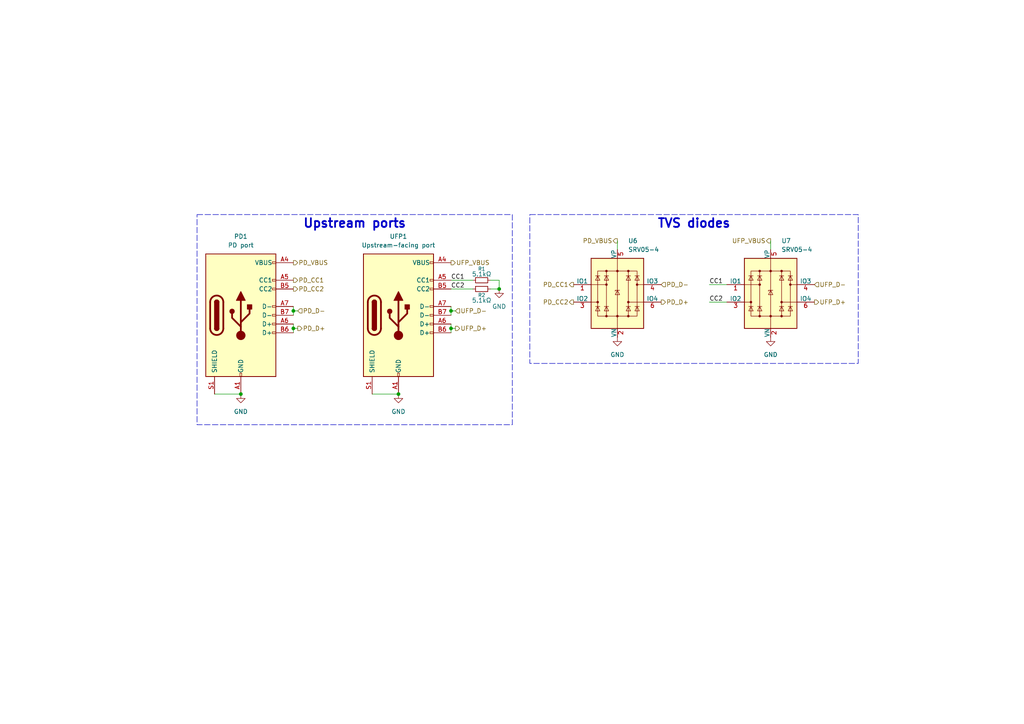
<source format=kicad_sch>
(kicad_sch (version 20250114) (generator "eeschema") (generator_version "9.0")
  (paper "A4")
  (title_block (title "Upstream-facing ports") (date "2025-12-10") (rev "R1") (company "https://pips.engineering"))
  (lib_symbols
    (symbol "Connector:USB_C_Receptacle_USB2.0_14P" (pin_names (offset 1.016))
      (property "Reference" "J" (at 0 22.225 0))
      (property "Value" "USB_C_Receptacle_USB2.0_14P" (at 0 19.685 0))
      (symbol "USB_C_Receptacle_USB2.0_14P_0_0"
        (rectangle (start -0.254 -17.78) (end 0.254 -16.764))
        (rectangle (start 10.16 15.494) (end 9.144 14.986))
        (rectangle (start 10.16 10.414) (end 9.144 9.906))
        (rectangle (start 10.16 7.874) (end 9.144 7.366))
        (rectangle (start 10.16 2.794) (end 9.144 2.286))
        (rectangle (start 10.16 0.254) (end 9.144 -0.254))
        (rectangle (start 10.16 -2.286) (end 9.144 -2.794))
        (rectangle (start 10.16 -4.826) (end 9.144 -5.334))
      )
      (symbol "USB_C_Receptacle_USB2.0_14P_0_1"
        (rectangle (start -10.16 17.78) (end 10.16 -17.78) (stroke (width 0.254)) (fill (type background)))
        (polyline (pts (xy -8.89 -3.81) (xy -8.89 3.81)) (stroke (width 0.508)))
        (rectangle (start -7.62 -3.81) (end -6.35 3.81) (stroke (width 0.254)) (fill (type outline)))
        (arc (start -7.62 3.81) (mid -6.985 4.4423) (end -6.35 3.81) (stroke (width 0.254)))
        (arc (start -7.62 3.81) (mid -6.985 4.4423) (end -6.35 3.81) (stroke (width 0.254)) (fill (type outline)))
        (arc (start -8.89 3.81) (mid -6.985 5.7067) (end -5.08 3.81) (stroke (width 0.508)))
        (arc (start -5.08 -3.81) (mid -6.985 -5.7067) (end -8.89 -3.81) (stroke (width 0.508)))
        (arc (start -6.35 -3.81) (mid -6.985 -4.4423) (end -7.62 -3.81) (stroke (width 0.254)))
        (arc (start -6.35 -3.81) (mid -6.985 -4.4423) (end -7.62 -3.81) (stroke (width 0.254)) (fill (type outline)))
        (polyline (pts (xy -5.08 3.81) (xy -5.08 -3.81)) (stroke (width 0.508)))
        (circle (center -2.54 1.143) (radius 0.635) (stroke (width 0.254)) (fill (type outline)))
        (polyline (pts (xy -1.27 4.318) (xy 0 6.858) (xy 1.27 4.318) (xy -1.27 4.318)) (stroke (width 0.254)) (fill (type outline)))
        (polyline (pts (xy 0 -2.032) (xy 2.54 0.508) (xy 2.54 1.778)) (stroke (width 0.508)))
        (polyline (pts (xy 0 -3.302) (xy -2.54 -0.762) (xy -2.54 0.508)) (stroke (width 0.508)))
        (polyline (pts (xy 0 -5.842) (xy 0 4.318)) (stroke (width 0.508)))
        (circle (center 0 -5.842) (radius 1.27) (fill (type outline)))
        (rectangle (start 1.905 1.778) (end 3.175 3.048) (stroke (width 0.254)) (fill (type outline)))
      )
      (symbol "USB_C_Receptacle_USB2.0_14P_1_1"
        (pin passive line (at -7.62 -22.86 90) (length 5.08) (name "SHIELD") (number "S1"))
        (pin passive line (at 0 -22.86 90) (length 5.08) (name "GND") (number "A1"))
        (pin passive line (at 0 -22.86 90) (length 5.08) (hide yes) (name "GND") (number "A12"))
        (pin passive line (at 0 -22.86 90) (length 5.08) (hide yes) (name "GND") (number "B1"))
        (pin passive line (at 0 -22.86 90) (length 5.08) (hide yes) (name "GND") (number "B12"))
        (pin passive line (at 15.24 15.24 180) (length 5.08) (name "VBUS") (number "A4"))
        (pin passive line (at 15.24 15.24 180) (length 5.08) (hide yes) (name "VBUS") (number "A9"))
        (pin passive line (at 15.24 15.24 180) (length 5.08) (hide yes) (name "VBUS") (number "B4"))
        (pin passive line (at 15.24 15.24 180) (length 5.08) (hide yes) (name "VBUS") (number "B9"))
        (pin bidirectional line (at 15.24 10.16 180) (length 5.08) (name "CC1") (number "A5"))
        (pin bidirectional line (at 15.24 7.62 180) (length 5.08) (name "CC2") (number "B5"))
        (pin bidirectional line (at 15.24 2.54 180) (length 5.08) (name "D-") (number "A7"))
        (pin bidirectional line (at 15.24 0 180) (length 5.08) (name "D-") (number "B7"))
        (pin bidirectional line (at 15.24 -2.54 180) (length 5.08) (name "D+") (number "A6"))
        (pin bidirectional line (at 15.24 -5.08 180) (length 5.08) (name "D+") (number "B6"))
      )
    )
    (symbol "Device:R_Small" (pin_numbers (hide yes)) (pin_names (offset 0.254) (hide yes))
      (property "Reference" "R" (at 0 0 90))
      (property "Value" "R_Small" (at 1.778 0 90))
      (symbol "R_Small_0_1"
        (rectangle (start -0.762 1.778) (end 0.762 -1.778) (stroke (width 0.2032)))
      )
      (symbol "R_Small_1_1"
        (pin passive line (at 0 2.54 270) (length 0.762) (name "~") (number "1"))
        (pin passive line (at 0 -2.54 90) (length 0.762) (name "~") (number "2"))
      )
    )
    (symbol "Power_Protection:SRV05-4" (pin_names (offset 0))
      (property "Reference" "U" (at -5.08 11.43 0))
      (property "Value" "SRV05-4" (at 2.54 11.43 0))
      (symbol "SRV05-4_0_0"
        (rectangle (start -5.715 6.477) (end 5.715 -6.604))
        (polyline (pts (xy -3.175 -6.604) (xy -3.175 6.477)))
        (polyline (pts (xy 3.175 6.477) (xy 3.175 -6.604)))
      )
      (symbol "SRV05-4_0_1"
        (polyline (pts (xy -7.747 2.54) (xy -3.175 2.54)))
        (rectangle (start -7.62 10.16) (end 7.62 -10.16) (stroke (width 0.254)) (fill (type background)))
        (polyline (pts (xy -7.62 -2.54) (xy -5.715 -2.54)))
        (circle (center -5.715 -2.54) (radius 0.2794) (fill (type outline)))
        (polyline (pts (xy -5.08 5.08) (xy -6.35 5.08)))
        (polyline (pts (xy -5.08 3.81) (xy -6.35 3.81) (xy -5.715 5.08) (xy -5.08 3.81)))
        (polyline (pts (xy -5.08 -3.81) (xy -6.35 -3.81)))
        (polyline (pts (xy -5.08 -5.08) (xy -6.35 -5.08) (xy -5.715 -3.81) (xy -5.08 -5.08)))
        (circle (center -3.175 6.477) (radius 0.2794) (fill (type outline)))
        (circle (center -3.175 2.54) (radius 0.2794) (fill (type outline)))
        (circle (center -3.175 -6.604) (radius 0.2794) (fill (type outline)))
        (polyline (pts (xy -2.54 5.08) (xy -3.81 5.08)))
        (polyline (pts (xy -2.54 3.81) (xy -3.81 3.81) (xy -3.175 5.08) (xy -2.54 3.81)))
        (polyline (pts (xy -2.54 -3.81) (xy -3.81 -3.81)))
        (polyline (pts (xy -2.54 -5.08) (xy -3.81 -5.08) (xy -3.175 -3.81) (xy -2.54 -5.08)))
        (polyline (pts (xy 0 10.16) (xy 0 -10.16)))
        (circle (center 0 6.477) (radius 0.2794) (fill (type outline)))
        (circle (center 0 -6.604) (radius 0.2794) (fill (type outline)))
        (polyline (pts (xy 0.635 0.889) (xy -0.635 0.889) (xy -0.635 0.635)))
        (polyline (pts (xy 0.635 -0.381) (xy -0.635 -0.381) (xy 0 0.889) (xy 0.635 -0.381)))
        (circle (center 3.175 6.477) (radius 0.2794) (fill (type outline)))
        (circle (center 3.175 -2.54) (radius 0.2794) (fill (type outline)))
        (circle (center 3.175 -6.604) (radius 0.2794) (fill (type outline)))
        (polyline (pts (xy 3.81 5.08) (xy 2.54 5.08)))
        (polyline (pts (xy 3.81 3.81) (xy 2.54 3.81) (xy 3.175 5.08) (xy 3.81 3.81)))
        (polyline (pts (xy 3.81 -3.81) (xy 2.54 -3.81)))
        (polyline (pts (xy 3.81 -5.08) (xy 2.54 -5.08) (xy 3.175 -3.81) (xy 3.81 -5.08)))
        (circle (center 5.715 2.54) (radius 0.2794) (fill (type outline)))
        (polyline (pts (xy 6.35 5.08) (xy 5.08 5.08)))
        (polyline (pts (xy 6.35 3.81) (xy 5.08 3.81) (xy 5.715 5.08) (xy 6.35 3.81)))
        (polyline (pts (xy 6.35 -3.81) (xy 5.08 -3.81)))
        (polyline (pts (xy 6.35 -5.08) (xy 5.08 -5.08) (xy 5.715 -3.81) (xy 6.35 -5.08)))
        (polyline (pts (xy 7.62 2.54) (xy 5.715 2.54)))
        (polyline (pts (xy 7.62 -2.54) (xy 3.175 -2.54)))
      )
      (symbol "SRV05-4_1_1"
        (pin passive line (at -12.7 2.54 0) (length 5.08) (name "IO1") (number "1"))
        (pin passive line (at -12.7 -2.54 0) (length 5.08) (name "IO2") (number "3"))
        (pin passive line (at 0 12.7 270) (length 2.54) (name "VP") (number "5"))
        (pin passive line (at 0 -12.7 90) (length 2.54) (name "VN") (number "2"))
        (pin passive line (at 12.7 2.54 180) (length 5.08) (name "IO3") (number "4"))
        (pin passive line (at 12.7 -2.54 180) (length 5.08) (name "IO4") (number "6"))
      )
    )
    (symbol "power:GND" (power) (pin_numbers (hide yes)) (pin_names (offset 0) (hide yes))
      (property "Value" "GND" (at 0 -3.81 0))
      (symbol "GND_0_1"
        (polyline (pts (xy 0 0) (xy 0 -1.27) (xy 1.27 -1.27) (xy 0 -2.54) (xy -1.27 -1.27) (xy 0 -1.27)))
      )
      (symbol "GND_1_1"
        (pin power_in line (at 0 0 270) (length 0) (name "~") (number "1"))
      )
    )
  )
  (text_box "TVS diodes" (at 153.67 62.23 0) (size 95.25 43.18) (margins 0.9525 0.9525 0.9525 0.9525) (stroke (width 0) (type dash)) (effects (font (size 2.54 2.54) (thickness 0.508) (bold yes)) (justify top)))
  (text_box "Upstream ports" (at 57.15 62.23 0) (size 91.44 60.96) (margins 0.9525 0.9525 0.9525 0.9525) (stroke (width 0) (type dash)) (effects (font (size 2.54 2.54) (thickness 0.508) (bold yes)) (justify top)))
  (junction (at 115.57 114.3))
  (junction (at 144.78 83.82))
  (junction (at 130.81 95.25))
  (junction (at 85.09 90.17))
  (junction (at 69.85 114.3))
  (junction (at 130.81 90.17))
  (junction (at 85.09 95.25))
  (wire (pts (xy 85.09 95.25) (xy 85.09 96.52)))
  (wire (pts (xy 142.24 81.28) (xy 144.78 81.28)))
  (wire (pts (xy 130.81 88.9) (xy 130.81 90.17)))
  (wire (pts (xy 130.81 81.28) (xy 137.16 81.28)))
  (wire (pts (xy 107.95 114.3) (xy 115.57 114.3)))
  (wire (pts (xy 62.23 114.3) (xy 69.85 114.3)))
  (wire (pts (xy 142.24 83.82) (xy 144.78 83.82)))
  (wire (pts (xy 130.81 93.98) (xy 130.81 95.25)))
  (wire (pts (xy 130.81 83.82) (xy 137.16 83.82)))
  (wire (pts (xy 132.08 95.25) (xy 130.81 95.25)))
  (wire (pts (xy 144.78 81.28) (xy 144.78 83.82)))
  (wire (pts (xy 132.08 90.17) (xy 130.81 90.17)))
  (wire (pts (xy 205.74 87.63) (xy 210.82 87.63)))
  (wire (pts (xy 85.09 93.98) (xy 85.09 95.25)))
  (wire (pts (xy 179.07 69.85) (xy 179.07 72.39)))
  (wire (pts (xy 86.36 95.25) (xy 85.09 95.25)))
  (wire (pts (xy 223.52 69.85) (xy 223.52 72.39)))
  (wire (pts (xy 85.09 88.9) (xy 85.09 90.17)))
  (wire (pts (xy 205.74 82.55) (xy 210.82 82.55)))
  (wire (pts (xy 86.36 90.17) (xy 85.09 90.17)))
  (wire (pts (xy 85.09 90.17) (xy 85.09 91.44)))
  (wire (pts (xy 130.81 95.25) (xy 130.81 96.52)))
  (wire (pts (xy 130.81 90.17) (xy 130.81 91.44)))
  (label "CC1" (at 130.81 81.28 0))
  (label "CC1" (at 205.74 82.55 0))
  (label "CC2" (at 130.81 83.82 0))
  (label "CC2" (at 205.74 87.63 0))
  (hierarchical_label "PD_CC1" (shape output) (at 166.37 82.55 180))
  (hierarchical_label "PD_CC1" (shape output) (at 85.09 81.28 0))
  (hierarchical_label "PD_CC2" (shape output) (at 166.37 87.63 180))
  (hierarchical_label "UFP_VBUS" (shape output) (at 223.52 69.85 180))
  (hierarchical_label "UFP_D+" (shape output) (at 236.22 87.63 0))
  (hierarchical_label "PD_D+" (shape output) (at 86.36 95.25 0))
  (hierarchical_label "UFP_D+" (shape output) (at 132.08 95.25 0))
  (hierarchical_label "PD_D-" (shape input) (at 86.36 90.17 0))
  (hierarchical_label "UFP_D-" (shape input) (at 132.08 90.17 0))
  (hierarchical_label "UFP_D-" (shape input) (at 236.22 82.55 0))
  (hierarchical_label "PD_VBUS" (shape output) (at 85.09 76.2 0))
  (hierarchical_label "PD_D-" (shape input) (at 191.77 82.55 0))
  (hierarchical_label "UFP_VBUS" (shape output) (at 130.81 76.2 0))
  (hierarchical_label "PD_VBUS" (shape output) (at 179.07 69.85 180))
  (hierarchical_label "PD_D+" (shape output) (at 191.77 87.63 0))
  (hierarchical_label "PD_CC2" (shape output) (at 85.09 83.82 0))
  (symbol (lib_id "power:GND") (at 179.07 97.79 0) (unit 1)
    (property "Reference" "#PWR020" (effects (hide yes)))
    (property "Value" "GND" (at 179.07 102.87 0))
    (property "Description" "Power symbol creates a global label with name \"GND\" , ground" (effects (hide yes)))
  )
  (symbol (lib_id "Power_Protection:SRV05-4") (at 179.07 85.09 0) (unit 1)
    (property "Reference" "U6" (at 182.1881 69.85 0) (effects (justify left)))
    (property "Value" "SRV05-4" (at 182.1881 72.39 0) (effects (justify left)))
    (property "Footprint" "Package_TO_SOT_SMD:SOT-23-6" (effects (hide yes)))
    (property "Datasheet" "http://www.onsemi.com/pub/Collateral/SRV05-4-D.PDF" (effects (hide yes)))
    (property "Description" "ESD Protection Diodes with Low Clamping Voltage, SOT-23-6" (effects (hide yes)))
  )
  (symbol (lib_id "Device:R_Small") (at 139.7 83.82 90) (mirror x) (unit 1)
    (property "Reference" "R2" (at 139.7 85.598 90) (effects (font (size 1.016 1.016))))
    (property "Value" "5.1kΩ" (at 139.7 87.122 90))
    (property "Description" "Resistor, small symbol" (effects (hide yes)))
  )
  (symbol (lib_id "Device:R_Small") (at 139.7 81.28 270) (unit 1)
    (property "Reference" "R1" (at 139.7 77.978 90) (effects (font (size 1.016 1.016))))
    (property "Value" "5.1kΩ" (at 139.7 79.502 90))
    (property "Description" "Resistor, small symbol" (effects (hide yes)))
  )
  (symbol (lib_id "power:GND") (at 115.57 114.3 0) (unit 1)
    (property "Reference" "#PWR01" (effects (hide yes)))
    (property "Value" "GND" (at 115.57 119.38 0))
    (property "Description" "Power symbol creates a global label with name \"GND\" , ground" (effects (hide yes)))
  )
  (symbol (lib_id "power:GND") (at 144.78 83.82 0) (unit 1)
    (property "Reference" "#PWR021" (effects (hide yes)))
    (property "Value" "GND" (at 144.78 88.9 0))
    (property "Description" "Power symbol creates a global label with name \"GND\" , ground" (effects (hide yes)))
  )
  (symbol (lib_id "power:GND") (at 69.85 114.3 0) (unit 1)
    (property "Reference" "#PWR02" (effects (hide yes)))
    (property "Value" "GND" (at 69.85 119.38 0))
    (property "Description" "Power symbol creates a global label with name \"GND\" , ground" (effects (hide yes)))
  )
  (symbol (lib_id "Connector:USB_C_Receptacle_USB2.0_14P") (at 69.85 91.44 0) (unit 1)
    (property "Reference" "PD1" (at 69.85 68.58 0))
    (property "Value" "PD port" (at 69.85 71.12 0))
    (property "Datasheet" "https://www.usb.org/sites/default/files/documents/usb_type-c.zip" (effects (hide yes)))
    (property "Description" "USB 2.0-only 14P Type-C Receptacle connector" (effects (hide yes)))
  )
  (symbol (lib_id "power:GND") (at 223.52 97.79 0) (unit 1)
    (property "Reference" "#PWR022" (effects (hide yes)))
    (property "Value" "GND" (at 223.52 102.87 0))
    (property "Description" "Power symbol creates a global label with name \"GND\" , ground" (effects (hide yes)))
  )
  (symbol (lib_id "Connector:USB_C_Receptacle_USB2.0_14P") (at 115.57 91.44 0) (unit 1)
    (property "Reference" "UFP1" (at 115.57 68.58 0))
    (property "Value" "Upstream-facing port" (at 115.57 71.12 0))
    (property "Datasheet" "https://www.usb.org/sites/default/files/documents/usb_type-c.zip" (effects (hide yes)))
    (property "Description" "USB 2.0-only 14P Type-C Receptacle connector" (effects (hide yes)))
  )
  (symbol (lib_id "Power_Protection:SRV05-4") (at 223.52 85.09 0) (unit 1)
    (property "Reference" "U7" (at 226.6381 69.85 0) (effects (justify left)))
    (property "Value" "SRV05-4" (at 226.6381 72.39 0) (effects (justify left)))
    (property "Footprint" "Package_TO_SOT_SMD:SOT-23-6" (effects (hide yes)))
    (property "Datasheet" "http://www.onsemi.com/pub/Collateral/SRV05-4-D.PDF" (effects (hide yes)))
    (property "Description" "ESD Protection Diodes with Low Clamping Voltage, SOT-23-6" (effects (hide yes)))
  )
)
</source>
